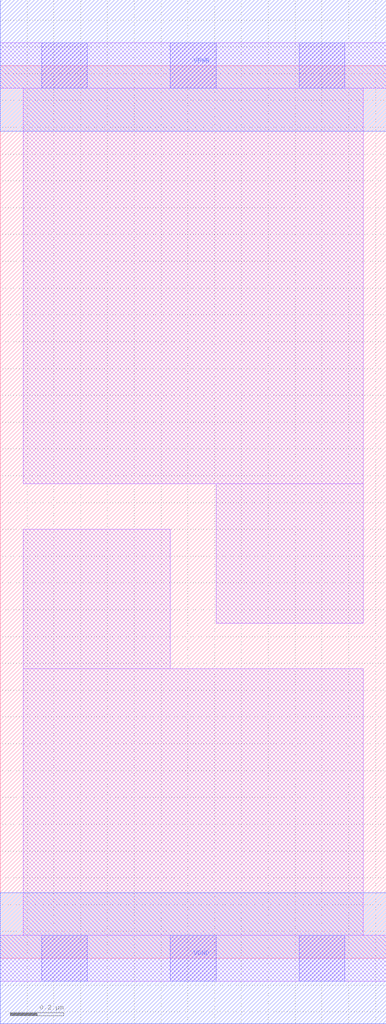
<source format=lef>
# Copyright 2020 The SkyWater PDK Authors
#
# Licensed under the Apache License, Version 2.0 (the "License");
# you may not use this file except in compliance with the License.
# You may obtain a copy of the License at
#
#     https://www.apache.org/licenses/LICENSE-2.0
#
# Unless required by applicable law or agreed to in writing, software
# distributed under the License is distributed on an "AS IS" BASIS,
# WITHOUT WARRANTIES OR CONDITIONS OF ANY KIND, either express or implied.
# See the License for the specific language governing permissions and
# limitations under the License.
#
# SPDX-License-Identifier: Apache-2.0

VERSION 5.7 ;
  NAMESCASESENSITIVE ON ;
  NOWIREEXTENSIONATPIN ON ;
  DIVIDERCHAR "/" ;
  BUSBITCHARS "[]" ;
UNITS
  DATABASE MICRONS 200 ;
END UNITS
MACRO sky130_fd_sc_ls__decaphe_3
  CLASS CORE ;
  SOURCE USER ;
  FOREIGN sky130_fd_sc_ls__decaphe_3 ;
  ORIGIN  0.000000  0.000000 ;
  SIZE  1.440000 BY  3.330000 ;
  SYMMETRY X Y R90 ;
  SITE unit ;
  PIN VGND
    DIRECTION INOUT ;
    SHAPE ABUTMENT ;
    USE GROUND ;
    PORT
      LAYER met1 ;
        RECT 0.000000 -0.245000 1.440000 0.245000 ;
    END
  END VGND
  PIN VPWR
    DIRECTION INOUT ;
    SHAPE ABUTMENT ;
    USE POWER ;
    PORT
      LAYER met1 ;
        RECT 0.000000 3.085000 1.440000 3.575000 ;
    END
  END VPWR
  OBS
    LAYER li1 ;
      RECT 0.000000 -0.085000 1.440000 0.085000 ;
      RECT 0.000000  3.245000 1.440000 3.415000 ;
      RECT 0.085000  0.085000 1.355000 1.080000 ;
      RECT 0.085000  1.080000 0.635000 1.600000 ;
      RECT 0.085000  1.770000 1.355000 3.245000 ;
      RECT 0.805000  1.250000 1.355000 1.770000 ;
    LAYER mcon ;
      RECT 0.155000 -0.085000 0.325000 0.085000 ;
      RECT 0.155000  3.245000 0.325000 3.415000 ;
      RECT 0.635000 -0.085000 0.805000 0.085000 ;
      RECT 0.635000  3.245000 0.805000 3.415000 ;
      RECT 1.115000 -0.085000 1.285000 0.085000 ;
      RECT 1.115000  3.245000 1.285000 3.415000 ;
  END
END sky130_fd_sc_ls__decaphe_3

</source>
